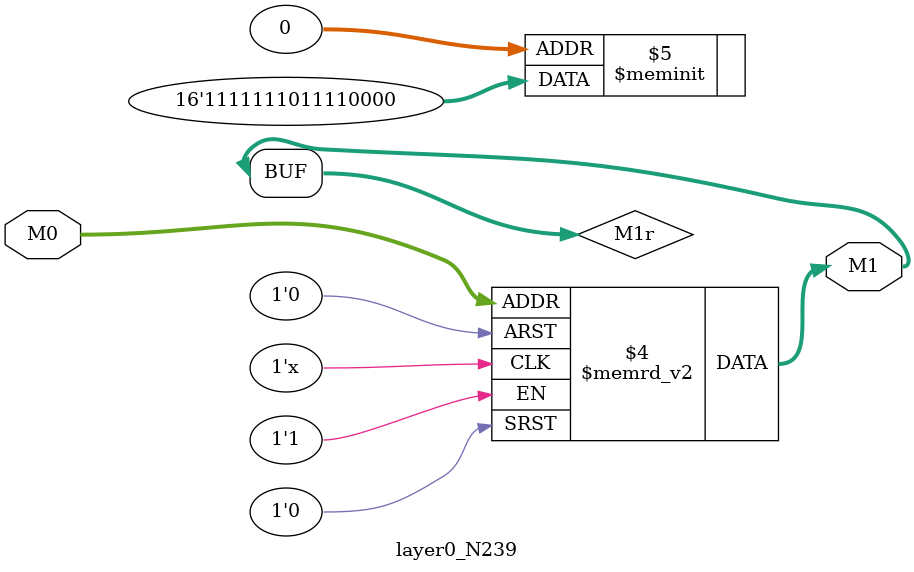
<source format=v>
module layer0_N239 ( input [2:0] M0, output [1:0] M1 );

	(*rom_style = "distributed" *) reg [1:0] M1r;
	assign M1 = M1r;
	always @ (M0) begin
		case (M0)
			3'b000: M1r = 2'b00;
			3'b100: M1r = 2'b10;
			3'b010: M1r = 2'b11;
			3'b110: M1r = 2'b11;
			3'b001: M1r = 2'b00;
			3'b101: M1r = 2'b11;
			3'b011: M1r = 2'b11;
			3'b111: M1r = 2'b11;

		endcase
	end
endmodule

</source>
